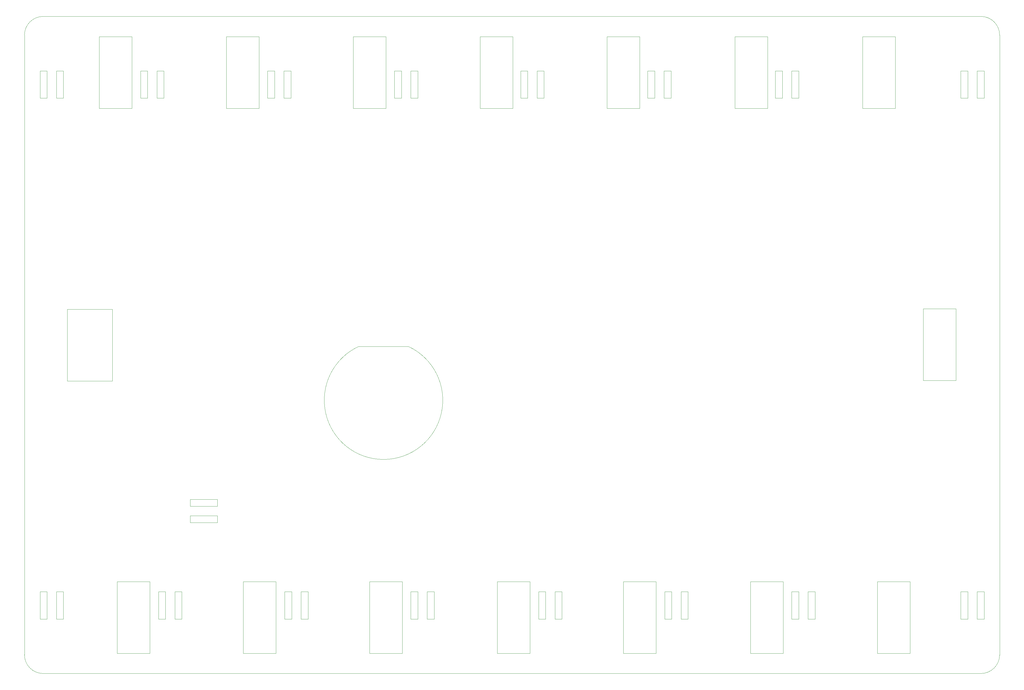
<source format=gbr>
%TF.GenerationSoftware,KiCad,Pcbnew,(5.1.2)-2*%
%TF.CreationDate,2019-08-12T21:21:20-05:00*%
%TF.ProjectId,bms,626d732e-6b69-4636-9164-5f7063625858,rev?*%
%TF.SameCoordinates,Original*%
%TF.FileFunction,Profile,NP*%
%FSLAX46Y46*%
G04 Gerber Fmt 4.6, Leading zero omitted, Abs format (unit mm)*
G04 Created by KiCad (PCBNEW (5.1.2)-2) date 2019-08-12 21:21:20*
%MOMM*%
%LPD*%
G04 APERTURE LIST*
%ADD10C,0.050000*%
%ADD11C,0.120000*%
G04 APERTURE END LIST*
D10*
X376999986Y-224100000D02*
G75*
G02X371000000Y-230000000I-5999153J99986D01*
G01*
X69900000Y-230000000D02*
G75*
G02X63999986Y-224000833I99986J5999167D01*
G01*
X64000000Y-25000000D02*
G75*
G02X70000000Y-19000000I6000000J0D01*
G01*
X371099986Y-19000833D02*
G75*
G02X377000000Y-25000000I-99986J-5999167D01*
G01*
X377000000Y-25000000D02*
X377000000Y-224100000D01*
X69900000Y-230000000D02*
X371000000Y-230000000D01*
X64000000Y-25000000D02*
X63999986Y-224000833D01*
X70000000Y-19000000D02*
X371100000Y-19000000D01*
D11*
X74250000Y-212500000D02*
X76500000Y-212500000D01*
X76500000Y-212500000D02*
X76500000Y-203750000D01*
X76500000Y-203750000D02*
X74250000Y-203750000D01*
X74250000Y-203750000D02*
X74250000Y-212500000D01*
X69000000Y-212500000D02*
X71250000Y-212500000D01*
X69000000Y-203750000D02*
X69000000Y-212500000D01*
X71250000Y-203750000D02*
X69000000Y-203750000D01*
X71250000Y-212500000D02*
X71250000Y-203750000D01*
X99000000Y-200500000D02*
X104250000Y-200500000D01*
X99000000Y-200500000D02*
X93750000Y-200500000D01*
X93750000Y-200500000D02*
X93750000Y-223500000D01*
X93750000Y-223500000D02*
X104250000Y-223500000D01*
X104250000Y-223500000D02*
X104250000Y-200500000D01*
X357750000Y-135900000D02*
X352500000Y-135900000D01*
X357750000Y-135900000D02*
X363000000Y-135900000D01*
X363000000Y-135900000D02*
X363000000Y-112900000D01*
X363000000Y-112900000D02*
X352500000Y-112900000D01*
X352500000Y-112900000D02*
X352500000Y-135900000D01*
X139500000Y-200500000D02*
X144750000Y-200500000D01*
X139500000Y-200500000D02*
X134250000Y-200500000D01*
X134250000Y-200500000D02*
X134250000Y-223500000D01*
X134250000Y-223500000D02*
X144750000Y-223500000D01*
X144750000Y-223500000D02*
X144750000Y-200500000D01*
X180000000Y-200500000D02*
X185250000Y-200500000D01*
X180000000Y-200500000D02*
X174750000Y-200500000D01*
X174750000Y-200500000D02*
X174750000Y-223500000D01*
X174750000Y-223500000D02*
X185250000Y-223500000D01*
X185250000Y-223500000D02*
X185250000Y-200500000D01*
X221000000Y-200500000D02*
X226250000Y-200500000D01*
X221000000Y-200500000D02*
X215750000Y-200500000D01*
X215750000Y-200500000D02*
X215750000Y-223500000D01*
X215750000Y-223500000D02*
X226250000Y-223500000D01*
X226250000Y-223500000D02*
X226250000Y-200500000D01*
X261500000Y-200500000D02*
X266750000Y-200500000D01*
X261500000Y-200500000D02*
X256250000Y-200500000D01*
X256250000Y-200500000D02*
X256250000Y-223500000D01*
X256250000Y-223500000D02*
X266750000Y-223500000D01*
X266750000Y-223500000D02*
X266750000Y-200500000D01*
X302250000Y-200500000D02*
X307500000Y-200500000D01*
X302250000Y-200500000D02*
X297000000Y-200500000D01*
X297000000Y-200500000D02*
X297000000Y-223500000D01*
X297000000Y-223500000D02*
X307500000Y-223500000D01*
X307500000Y-223500000D02*
X307500000Y-200500000D01*
X343000000Y-200500000D02*
X348250000Y-200500000D01*
X343000000Y-200500000D02*
X337750000Y-200500000D01*
X337750000Y-200500000D02*
X337750000Y-223500000D01*
X337750000Y-223500000D02*
X348250000Y-223500000D01*
X348250000Y-223500000D02*
X348250000Y-200500000D01*
X338250000Y-48500000D02*
X333000000Y-48500000D01*
X338250000Y-48500000D02*
X343500000Y-48500000D01*
X343500000Y-48500000D02*
X343500000Y-25500000D01*
X343500000Y-25500000D02*
X333000000Y-25500000D01*
X333000000Y-25500000D02*
X333000000Y-48500000D01*
X297250000Y-48500000D02*
X292000000Y-48500000D01*
X297250000Y-48500000D02*
X302500000Y-48500000D01*
X302500000Y-48500000D02*
X302500000Y-25500000D01*
X302500000Y-25500000D02*
X292000000Y-25500000D01*
X292000000Y-25500000D02*
X292000000Y-48500000D01*
X256250000Y-48500000D02*
X251000000Y-48500000D01*
X256250000Y-48500000D02*
X261500000Y-48500000D01*
X261500000Y-48500000D02*
X261500000Y-25500000D01*
X261500000Y-25500000D02*
X251000000Y-25500000D01*
X251000000Y-25500000D02*
X251000000Y-48500000D01*
X215500000Y-48500000D02*
X210250000Y-48500000D01*
X215500000Y-48500000D02*
X220750000Y-48500000D01*
X220750000Y-48500000D02*
X220750000Y-25500000D01*
X220750000Y-25500000D02*
X210250000Y-25500000D01*
X210250000Y-25500000D02*
X210250000Y-48500000D01*
X174750000Y-48500000D02*
X169500000Y-48500000D01*
X174750000Y-48500000D02*
X180000000Y-48500000D01*
X180000000Y-48500000D02*
X180000000Y-25500000D01*
X180000000Y-25500000D02*
X169500000Y-25500000D01*
X169500000Y-25500000D02*
X169500000Y-48500000D01*
X134000000Y-48500000D02*
X128750000Y-48500000D01*
X134000000Y-48500000D02*
X139250000Y-48500000D01*
X139250000Y-48500000D02*
X139250000Y-25500000D01*
X139250000Y-25500000D02*
X128750000Y-25500000D01*
X128750000Y-25500000D02*
X128750000Y-48500000D01*
X93250000Y-48500000D02*
X88000000Y-48500000D01*
X93250000Y-48500000D02*
X98500000Y-48500000D01*
X98500000Y-48500000D02*
X98500000Y-25500000D01*
X98500000Y-25500000D02*
X88000000Y-25500000D01*
X88000000Y-25500000D02*
X88000000Y-48500000D01*
X187250000Y-125000001D02*
X171250000Y-125000000D01*
X187250000Y-125000001D02*
G75*
G02X171250001Y-125000001I-8000000J-17249999D01*
G01*
X125950000Y-176300000D02*
X125950000Y-174050000D01*
X125950000Y-174050000D02*
X117200000Y-174050000D01*
X117200000Y-174050000D02*
X117200000Y-176300000D01*
X117200000Y-176300000D02*
X125950000Y-176300000D01*
X125950000Y-181550000D02*
X125950000Y-179300000D01*
X117200000Y-181550000D02*
X125950000Y-181550000D01*
X117200000Y-179300000D02*
X117200000Y-181550000D01*
X125950000Y-179300000D02*
X117200000Y-179300000D01*
X71250000Y-36500000D02*
X69000000Y-36500000D01*
X69000000Y-36500000D02*
X69000000Y-45250000D01*
X69000000Y-45250000D02*
X71250000Y-45250000D01*
X71250000Y-45250000D02*
X71250000Y-36500000D01*
X76500000Y-36500000D02*
X74250000Y-36500000D01*
X76500000Y-45250000D02*
X76500000Y-36500000D01*
X74250000Y-45250000D02*
X76500000Y-45250000D01*
X74250000Y-36500000D02*
X74250000Y-45250000D01*
X112250000Y-212500000D02*
X114500000Y-212500000D01*
X114500000Y-212500000D02*
X114500000Y-203750000D01*
X114500000Y-203750000D02*
X112250000Y-203750000D01*
X112250000Y-203750000D02*
X112250000Y-212500000D01*
X107000000Y-212500000D02*
X109250000Y-212500000D01*
X107000000Y-203750000D02*
X107000000Y-212500000D01*
X109250000Y-203750000D02*
X107000000Y-203750000D01*
X109250000Y-212500000D02*
X109250000Y-203750000D01*
X152750000Y-212500000D02*
X155000000Y-212500000D01*
X155000000Y-212500000D02*
X155000000Y-203750000D01*
X155000000Y-203750000D02*
X152750000Y-203750000D01*
X152750000Y-203750000D02*
X152750000Y-212500000D01*
X147500000Y-212500000D02*
X149750000Y-212500000D01*
X147500000Y-203750000D02*
X147500000Y-212500000D01*
X149750000Y-203750000D02*
X147500000Y-203750000D01*
X149750000Y-212500000D02*
X149750000Y-203750000D01*
X193250000Y-212500000D02*
X195500000Y-212500000D01*
X195500000Y-212500000D02*
X195500000Y-203750000D01*
X195500000Y-203750000D02*
X193250000Y-203750000D01*
X193250000Y-203750000D02*
X193250000Y-212500000D01*
X188000000Y-212500000D02*
X190250000Y-212500000D01*
X188000000Y-203750000D02*
X188000000Y-212500000D01*
X190250000Y-203750000D02*
X188000000Y-203750000D01*
X190250000Y-212500000D02*
X190250000Y-203750000D01*
X234250000Y-212500000D02*
X236500000Y-212500000D01*
X236500000Y-212500000D02*
X236500000Y-203750000D01*
X236500000Y-203750000D02*
X234250000Y-203750000D01*
X234250000Y-203750000D02*
X234250000Y-212500000D01*
X229000000Y-212500000D02*
X231250000Y-212500000D01*
X229000000Y-203750000D02*
X229000000Y-212500000D01*
X231250000Y-203750000D02*
X229000000Y-203750000D01*
X231250000Y-212500000D02*
X231250000Y-203750000D01*
X274750000Y-212500000D02*
X277000000Y-212500000D01*
X277000000Y-212500000D02*
X277000000Y-203750000D01*
X277000000Y-203750000D02*
X274750000Y-203750000D01*
X274750000Y-203750000D02*
X274750000Y-212500000D01*
X269500000Y-212500000D02*
X271750000Y-212500000D01*
X269500000Y-203750000D02*
X269500000Y-212500000D01*
X271750000Y-203750000D02*
X269500000Y-203750000D01*
X271750000Y-212500000D02*
X271750000Y-203750000D01*
X315500000Y-212500000D02*
X317750000Y-212500000D01*
X317750000Y-212500000D02*
X317750000Y-203750000D01*
X317750000Y-203750000D02*
X315500000Y-203750000D01*
X315500000Y-203750000D02*
X315500000Y-212500000D01*
X310250000Y-212500000D02*
X312500000Y-212500000D01*
X310250000Y-203750000D02*
X310250000Y-212500000D01*
X312500000Y-203750000D02*
X310250000Y-203750000D01*
X312500000Y-212500000D02*
X312500000Y-203750000D01*
X369750000Y-212500000D02*
X372000000Y-212500000D01*
X372000000Y-212500000D02*
X372000000Y-203750000D01*
X372000000Y-203750000D02*
X369750000Y-203750000D01*
X369750000Y-203750000D02*
X369750000Y-212500000D01*
X364500000Y-212500000D02*
X366750000Y-212500000D01*
X364500000Y-203750000D02*
X364500000Y-212500000D01*
X366750000Y-203750000D02*
X364500000Y-203750000D01*
X366750000Y-212500000D02*
X366750000Y-203750000D01*
X366750000Y-36500000D02*
X364500000Y-36500000D01*
X364500000Y-36500000D02*
X364500000Y-45250000D01*
X364500000Y-45250000D02*
X366750000Y-45250000D01*
X366750000Y-45250000D02*
X366750000Y-36500000D01*
X372000000Y-36500000D02*
X369750000Y-36500000D01*
X372000000Y-45250000D02*
X372000000Y-36500000D01*
X369750000Y-45250000D02*
X372000000Y-45250000D01*
X369750000Y-36500000D02*
X369750000Y-45250000D01*
X307250000Y-36500000D02*
X305000000Y-36500000D01*
X305000000Y-36500000D02*
X305000000Y-45250000D01*
X305000000Y-45250000D02*
X307250000Y-45250000D01*
X307250000Y-45250000D02*
X307250000Y-36500000D01*
X312500000Y-36500000D02*
X310250000Y-36500000D01*
X312500000Y-45250000D02*
X312500000Y-36500000D01*
X310250000Y-45250000D02*
X312500000Y-45250000D01*
X310250000Y-36500000D02*
X310250000Y-45250000D01*
X266250000Y-36500000D02*
X264000000Y-36500000D01*
X264000000Y-36500000D02*
X264000000Y-45250000D01*
X264000000Y-45250000D02*
X266250000Y-45250000D01*
X266250000Y-45250000D02*
X266250000Y-36500000D01*
X271500000Y-36500000D02*
X269250000Y-36500000D01*
X271500000Y-45250000D02*
X271500000Y-36500000D01*
X269250000Y-45250000D02*
X271500000Y-45250000D01*
X269250000Y-36500000D02*
X269250000Y-45250000D01*
X225500000Y-36500000D02*
X223250000Y-36500000D01*
X223250000Y-36500000D02*
X223250000Y-45250000D01*
X223250000Y-45250000D02*
X225500000Y-45250000D01*
X225500000Y-45250000D02*
X225500000Y-36500000D01*
X230750000Y-36500000D02*
X228500000Y-36500000D01*
X230750000Y-45250000D02*
X230750000Y-36500000D01*
X228500000Y-45250000D02*
X230750000Y-45250000D01*
X228500000Y-36500000D02*
X228500000Y-45250000D01*
X185000000Y-36500000D02*
X182750000Y-36500000D01*
X182750000Y-36500000D02*
X182750000Y-45250000D01*
X182750000Y-45250000D02*
X185000000Y-45250000D01*
X185000000Y-45250000D02*
X185000000Y-36500000D01*
X190250000Y-36500000D02*
X188000000Y-36500000D01*
X190250000Y-45250000D02*
X190250000Y-36500000D01*
X188000000Y-45250000D02*
X190250000Y-45250000D01*
X188000000Y-36500000D02*
X188000000Y-45250000D01*
X144250000Y-36500000D02*
X142000000Y-36500000D01*
X142000000Y-36500000D02*
X142000000Y-45250000D01*
X142000000Y-45250000D02*
X144250000Y-45250000D01*
X144250000Y-45250000D02*
X144250000Y-36500000D01*
X149500000Y-36500000D02*
X147250000Y-36500000D01*
X149500000Y-45250000D02*
X149500000Y-36500000D01*
X147250000Y-45250000D02*
X149500000Y-45250000D01*
X147250000Y-36500000D02*
X147250000Y-45250000D01*
X103500000Y-36500000D02*
X101250000Y-36500000D01*
X101250000Y-36500000D02*
X101250000Y-45250000D01*
X101250000Y-45250000D02*
X103500000Y-45250000D01*
X103500000Y-45250000D02*
X103500000Y-36500000D01*
X108750000Y-36500000D02*
X106500000Y-36500000D01*
X108750000Y-45250000D02*
X108750000Y-36500000D01*
X106500000Y-45250000D02*
X108750000Y-45250000D01*
X106500000Y-36500000D02*
X106500000Y-45250000D01*
X92250000Y-136071999D02*
X85250000Y-136071999D01*
X92250000Y-113071999D02*
X77750000Y-113071999D01*
X85250000Y-136071999D02*
X77750000Y-136071999D01*
X92250000Y-136071999D02*
X92250000Y-113071999D01*
X77750000Y-113071999D02*
X77750000Y-136071999D01*
M02*

</source>
